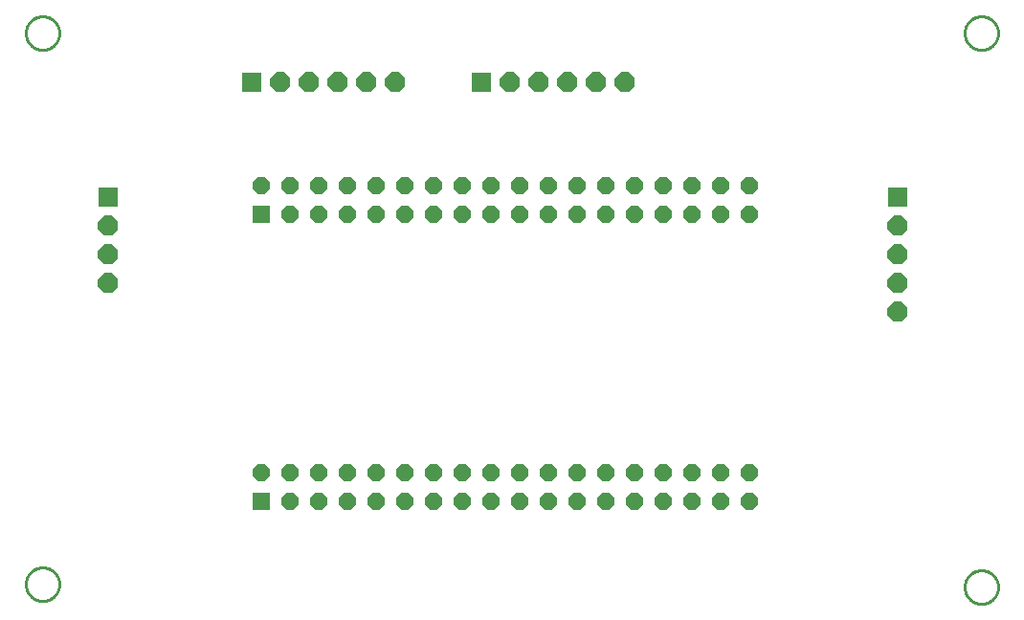
<source format=gbr>
G04 EAGLE Gerber RS-274X export*
G75*
%MOMM*%
%FSLAX34Y34*%
%LPD*%
%INBottom Copper*%
%IPPOS*%
%AMOC8*
5,1,8,0,0,1.08239X$1,22.5*%
G01*
%ADD10C,0.254000*%
%ADD11R,1.524000X1.524000*%
%ADD12P,1.649562X8X22.500000*%
%ADD13P,1.924489X8X112.500000*%
%ADD14R,1.778000X1.778000*%
%ADD15P,1.924489X8X22.500000*%


D10*
X28369Y523240D02*
X28373Y523603D01*
X28387Y523967D01*
X28409Y524330D01*
X28440Y524692D01*
X28480Y525053D01*
X28529Y525413D01*
X28587Y525772D01*
X28654Y526129D01*
X28729Y526485D01*
X28813Y526839D01*
X28906Y527190D01*
X29007Y527539D01*
X29117Y527886D01*
X29235Y528230D01*
X29361Y528570D01*
X29496Y528908D01*
X29640Y529242D01*
X29791Y529573D01*
X29950Y529899D01*
X30118Y530222D01*
X30293Y530540D01*
X30476Y530854D01*
X30667Y531164D01*
X30865Y531469D01*
X31071Y531768D01*
X31284Y532063D01*
X31504Y532352D01*
X31731Y532636D01*
X31965Y532914D01*
X32206Y533186D01*
X32453Y533453D01*
X32707Y533713D01*
X32967Y533967D01*
X33234Y534214D01*
X33506Y534455D01*
X33784Y534689D01*
X34068Y534916D01*
X34357Y535136D01*
X34652Y535349D01*
X34951Y535555D01*
X35256Y535753D01*
X35566Y535944D01*
X35880Y536127D01*
X36198Y536302D01*
X36521Y536470D01*
X36847Y536629D01*
X37178Y536780D01*
X37512Y536924D01*
X37850Y537059D01*
X38190Y537185D01*
X38534Y537303D01*
X38881Y537413D01*
X39230Y537514D01*
X39581Y537607D01*
X39935Y537691D01*
X40291Y537766D01*
X40648Y537833D01*
X41007Y537891D01*
X41367Y537940D01*
X41728Y537980D01*
X42090Y538011D01*
X42453Y538033D01*
X42817Y538047D01*
X43180Y538051D01*
X43543Y538047D01*
X43907Y538033D01*
X44270Y538011D01*
X44632Y537980D01*
X44993Y537940D01*
X45353Y537891D01*
X45712Y537833D01*
X46069Y537766D01*
X46425Y537691D01*
X46779Y537607D01*
X47130Y537514D01*
X47479Y537413D01*
X47826Y537303D01*
X48170Y537185D01*
X48510Y537059D01*
X48848Y536924D01*
X49182Y536780D01*
X49513Y536629D01*
X49839Y536470D01*
X50162Y536302D01*
X50480Y536127D01*
X50794Y535944D01*
X51104Y535753D01*
X51409Y535555D01*
X51708Y535349D01*
X52003Y535136D01*
X52292Y534916D01*
X52576Y534689D01*
X52854Y534455D01*
X53126Y534214D01*
X53393Y533967D01*
X53653Y533713D01*
X53907Y533453D01*
X54154Y533186D01*
X54395Y532914D01*
X54629Y532636D01*
X54856Y532352D01*
X55076Y532063D01*
X55289Y531768D01*
X55495Y531469D01*
X55693Y531164D01*
X55884Y530854D01*
X56067Y530540D01*
X56242Y530222D01*
X56410Y529899D01*
X56569Y529573D01*
X56720Y529242D01*
X56864Y528908D01*
X56999Y528570D01*
X57125Y528230D01*
X57243Y527886D01*
X57353Y527539D01*
X57454Y527190D01*
X57547Y526839D01*
X57631Y526485D01*
X57706Y526129D01*
X57773Y525772D01*
X57831Y525413D01*
X57880Y525053D01*
X57920Y524692D01*
X57951Y524330D01*
X57973Y523967D01*
X57987Y523603D01*
X57991Y523240D01*
X57987Y522877D01*
X57973Y522513D01*
X57951Y522150D01*
X57920Y521788D01*
X57880Y521427D01*
X57831Y521067D01*
X57773Y520708D01*
X57706Y520351D01*
X57631Y519995D01*
X57547Y519641D01*
X57454Y519290D01*
X57353Y518941D01*
X57243Y518594D01*
X57125Y518250D01*
X56999Y517910D01*
X56864Y517572D01*
X56720Y517238D01*
X56569Y516907D01*
X56410Y516581D01*
X56242Y516258D01*
X56067Y515940D01*
X55884Y515626D01*
X55693Y515316D01*
X55495Y515011D01*
X55289Y514712D01*
X55076Y514417D01*
X54856Y514128D01*
X54629Y513844D01*
X54395Y513566D01*
X54154Y513294D01*
X53907Y513027D01*
X53653Y512767D01*
X53393Y512513D01*
X53126Y512266D01*
X52854Y512025D01*
X52576Y511791D01*
X52292Y511564D01*
X52003Y511344D01*
X51708Y511131D01*
X51409Y510925D01*
X51104Y510727D01*
X50794Y510536D01*
X50480Y510353D01*
X50162Y510178D01*
X49839Y510010D01*
X49513Y509851D01*
X49182Y509700D01*
X48848Y509556D01*
X48510Y509421D01*
X48170Y509295D01*
X47826Y509177D01*
X47479Y509067D01*
X47130Y508966D01*
X46779Y508873D01*
X46425Y508789D01*
X46069Y508714D01*
X45712Y508647D01*
X45353Y508589D01*
X44993Y508540D01*
X44632Y508500D01*
X44270Y508469D01*
X43907Y508447D01*
X43543Y508433D01*
X43180Y508429D01*
X42817Y508433D01*
X42453Y508447D01*
X42090Y508469D01*
X41728Y508500D01*
X41367Y508540D01*
X41007Y508589D01*
X40648Y508647D01*
X40291Y508714D01*
X39935Y508789D01*
X39581Y508873D01*
X39230Y508966D01*
X38881Y509067D01*
X38534Y509177D01*
X38190Y509295D01*
X37850Y509421D01*
X37512Y509556D01*
X37178Y509700D01*
X36847Y509851D01*
X36521Y510010D01*
X36198Y510178D01*
X35880Y510353D01*
X35566Y510536D01*
X35256Y510727D01*
X34951Y510925D01*
X34652Y511131D01*
X34357Y511344D01*
X34068Y511564D01*
X33784Y511791D01*
X33506Y512025D01*
X33234Y512266D01*
X32967Y512513D01*
X32707Y512767D01*
X32453Y513027D01*
X32206Y513294D01*
X31965Y513566D01*
X31731Y513844D01*
X31504Y514128D01*
X31284Y514417D01*
X31071Y514712D01*
X30865Y515011D01*
X30667Y515316D01*
X30476Y515626D01*
X30293Y515940D01*
X30118Y516258D01*
X29950Y516581D01*
X29791Y516907D01*
X29640Y517238D01*
X29496Y517572D01*
X29361Y517910D01*
X29235Y518250D01*
X29117Y518594D01*
X29007Y518941D01*
X28906Y519290D01*
X28813Y519641D01*
X28729Y519995D01*
X28654Y520351D01*
X28587Y520708D01*
X28529Y521067D01*
X28480Y521427D01*
X28440Y521788D01*
X28409Y522150D01*
X28387Y522513D01*
X28373Y522877D01*
X28369Y523240D01*
X28369Y35560D02*
X28373Y35923D01*
X28387Y36287D01*
X28409Y36650D01*
X28440Y37012D01*
X28480Y37373D01*
X28529Y37733D01*
X28587Y38092D01*
X28654Y38449D01*
X28729Y38805D01*
X28813Y39159D01*
X28906Y39510D01*
X29007Y39859D01*
X29117Y40206D01*
X29235Y40550D01*
X29361Y40890D01*
X29496Y41228D01*
X29640Y41562D01*
X29791Y41893D01*
X29950Y42219D01*
X30118Y42542D01*
X30293Y42860D01*
X30476Y43174D01*
X30667Y43484D01*
X30865Y43789D01*
X31071Y44088D01*
X31284Y44383D01*
X31504Y44672D01*
X31731Y44956D01*
X31965Y45234D01*
X32206Y45506D01*
X32453Y45773D01*
X32707Y46033D01*
X32967Y46287D01*
X33234Y46534D01*
X33506Y46775D01*
X33784Y47009D01*
X34068Y47236D01*
X34357Y47456D01*
X34652Y47669D01*
X34951Y47875D01*
X35256Y48073D01*
X35566Y48264D01*
X35880Y48447D01*
X36198Y48622D01*
X36521Y48790D01*
X36847Y48949D01*
X37178Y49100D01*
X37512Y49244D01*
X37850Y49379D01*
X38190Y49505D01*
X38534Y49623D01*
X38881Y49733D01*
X39230Y49834D01*
X39581Y49927D01*
X39935Y50011D01*
X40291Y50086D01*
X40648Y50153D01*
X41007Y50211D01*
X41367Y50260D01*
X41728Y50300D01*
X42090Y50331D01*
X42453Y50353D01*
X42817Y50367D01*
X43180Y50371D01*
X43543Y50367D01*
X43907Y50353D01*
X44270Y50331D01*
X44632Y50300D01*
X44993Y50260D01*
X45353Y50211D01*
X45712Y50153D01*
X46069Y50086D01*
X46425Y50011D01*
X46779Y49927D01*
X47130Y49834D01*
X47479Y49733D01*
X47826Y49623D01*
X48170Y49505D01*
X48510Y49379D01*
X48848Y49244D01*
X49182Y49100D01*
X49513Y48949D01*
X49839Y48790D01*
X50162Y48622D01*
X50480Y48447D01*
X50794Y48264D01*
X51104Y48073D01*
X51409Y47875D01*
X51708Y47669D01*
X52003Y47456D01*
X52292Y47236D01*
X52576Y47009D01*
X52854Y46775D01*
X53126Y46534D01*
X53393Y46287D01*
X53653Y46033D01*
X53907Y45773D01*
X54154Y45506D01*
X54395Y45234D01*
X54629Y44956D01*
X54856Y44672D01*
X55076Y44383D01*
X55289Y44088D01*
X55495Y43789D01*
X55693Y43484D01*
X55884Y43174D01*
X56067Y42860D01*
X56242Y42542D01*
X56410Y42219D01*
X56569Y41893D01*
X56720Y41562D01*
X56864Y41228D01*
X56999Y40890D01*
X57125Y40550D01*
X57243Y40206D01*
X57353Y39859D01*
X57454Y39510D01*
X57547Y39159D01*
X57631Y38805D01*
X57706Y38449D01*
X57773Y38092D01*
X57831Y37733D01*
X57880Y37373D01*
X57920Y37012D01*
X57951Y36650D01*
X57973Y36287D01*
X57987Y35923D01*
X57991Y35560D01*
X57987Y35197D01*
X57973Y34833D01*
X57951Y34470D01*
X57920Y34108D01*
X57880Y33747D01*
X57831Y33387D01*
X57773Y33028D01*
X57706Y32671D01*
X57631Y32315D01*
X57547Y31961D01*
X57454Y31610D01*
X57353Y31261D01*
X57243Y30914D01*
X57125Y30570D01*
X56999Y30230D01*
X56864Y29892D01*
X56720Y29558D01*
X56569Y29227D01*
X56410Y28901D01*
X56242Y28578D01*
X56067Y28260D01*
X55884Y27946D01*
X55693Y27636D01*
X55495Y27331D01*
X55289Y27032D01*
X55076Y26737D01*
X54856Y26448D01*
X54629Y26164D01*
X54395Y25886D01*
X54154Y25614D01*
X53907Y25347D01*
X53653Y25087D01*
X53393Y24833D01*
X53126Y24586D01*
X52854Y24345D01*
X52576Y24111D01*
X52292Y23884D01*
X52003Y23664D01*
X51708Y23451D01*
X51409Y23245D01*
X51104Y23047D01*
X50794Y22856D01*
X50480Y22673D01*
X50162Y22498D01*
X49839Y22330D01*
X49513Y22171D01*
X49182Y22020D01*
X48848Y21876D01*
X48510Y21741D01*
X48170Y21615D01*
X47826Y21497D01*
X47479Y21387D01*
X47130Y21286D01*
X46779Y21193D01*
X46425Y21109D01*
X46069Y21034D01*
X45712Y20967D01*
X45353Y20909D01*
X44993Y20860D01*
X44632Y20820D01*
X44270Y20789D01*
X43907Y20767D01*
X43543Y20753D01*
X43180Y20749D01*
X42817Y20753D01*
X42453Y20767D01*
X42090Y20789D01*
X41728Y20820D01*
X41367Y20860D01*
X41007Y20909D01*
X40648Y20967D01*
X40291Y21034D01*
X39935Y21109D01*
X39581Y21193D01*
X39230Y21286D01*
X38881Y21387D01*
X38534Y21497D01*
X38190Y21615D01*
X37850Y21741D01*
X37512Y21876D01*
X37178Y22020D01*
X36847Y22171D01*
X36521Y22330D01*
X36198Y22498D01*
X35880Y22673D01*
X35566Y22856D01*
X35256Y23047D01*
X34951Y23245D01*
X34652Y23451D01*
X34357Y23664D01*
X34068Y23884D01*
X33784Y24111D01*
X33506Y24345D01*
X33234Y24586D01*
X32967Y24833D01*
X32707Y25087D01*
X32453Y25347D01*
X32206Y25614D01*
X31965Y25886D01*
X31731Y26164D01*
X31504Y26448D01*
X31284Y26737D01*
X31071Y27032D01*
X30865Y27331D01*
X30667Y27636D01*
X30476Y27946D01*
X30293Y28260D01*
X30118Y28578D01*
X29950Y28901D01*
X29791Y29227D01*
X29640Y29558D01*
X29496Y29892D01*
X29361Y30230D01*
X29235Y30570D01*
X29117Y30914D01*
X29007Y31261D01*
X28906Y31610D01*
X28813Y31961D01*
X28729Y32315D01*
X28654Y32671D01*
X28587Y33028D01*
X28529Y33387D01*
X28480Y33747D01*
X28440Y34108D01*
X28409Y34470D01*
X28387Y34833D01*
X28373Y35197D01*
X28369Y35560D01*
X858949Y33020D02*
X858953Y33383D01*
X858967Y33747D01*
X858989Y34110D01*
X859020Y34472D01*
X859060Y34833D01*
X859109Y35193D01*
X859167Y35552D01*
X859234Y35909D01*
X859309Y36265D01*
X859393Y36619D01*
X859486Y36970D01*
X859587Y37319D01*
X859697Y37666D01*
X859815Y38010D01*
X859941Y38350D01*
X860076Y38688D01*
X860220Y39022D01*
X860371Y39353D01*
X860530Y39679D01*
X860698Y40002D01*
X860873Y40320D01*
X861056Y40634D01*
X861247Y40944D01*
X861445Y41249D01*
X861651Y41548D01*
X861864Y41843D01*
X862084Y42132D01*
X862311Y42416D01*
X862545Y42694D01*
X862786Y42966D01*
X863033Y43233D01*
X863287Y43493D01*
X863547Y43747D01*
X863814Y43994D01*
X864086Y44235D01*
X864364Y44469D01*
X864648Y44696D01*
X864937Y44916D01*
X865232Y45129D01*
X865531Y45335D01*
X865836Y45533D01*
X866146Y45724D01*
X866460Y45907D01*
X866778Y46082D01*
X867101Y46250D01*
X867427Y46409D01*
X867758Y46560D01*
X868092Y46704D01*
X868430Y46839D01*
X868770Y46965D01*
X869114Y47083D01*
X869461Y47193D01*
X869810Y47294D01*
X870161Y47387D01*
X870515Y47471D01*
X870871Y47546D01*
X871228Y47613D01*
X871587Y47671D01*
X871947Y47720D01*
X872308Y47760D01*
X872670Y47791D01*
X873033Y47813D01*
X873397Y47827D01*
X873760Y47831D01*
X874123Y47827D01*
X874487Y47813D01*
X874850Y47791D01*
X875212Y47760D01*
X875573Y47720D01*
X875933Y47671D01*
X876292Y47613D01*
X876649Y47546D01*
X877005Y47471D01*
X877359Y47387D01*
X877710Y47294D01*
X878059Y47193D01*
X878406Y47083D01*
X878750Y46965D01*
X879090Y46839D01*
X879428Y46704D01*
X879762Y46560D01*
X880093Y46409D01*
X880419Y46250D01*
X880742Y46082D01*
X881060Y45907D01*
X881374Y45724D01*
X881684Y45533D01*
X881989Y45335D01*
X882288Y45129D01*
X882583Y44916D01*
X882872Y44696D01*
X883156Y44469D01*
X883434Y44235D01*
X883706Y43994D01*
X883973Y43747D01*
X884233Y43493D01*
X884487Y43233D01*
X884734Y42966D01*
X884975Y42694D01*
X885209Y42416D01*
X885436Y42132D01*
X885656Y41843D01*
X885869Y41548D01*
X886075Y41249D01*
X886273Y40944D01*
X886464Y40634D01*
X886647Y40320D01*
X886822Y40002D01*
X886990Y39679D01*
X887149Y39353D01*
X887300Y39022D01*
X887444Y38688D01*
X887579Y38350D01*
X887705Y38010D01*
X887823Y37666D01*
X887933Y37319D01*
X888034Y36970D01*
X888127Y36619D01*
X888211Y36265D01*
X888286Y35909D01*
X888353Y35552D01*
X888411Y35193D01*
X888460Y34833D01*
X888500Y34472D01*
X888531Y34110D01*
X888553Y33747D01*
X888567Y33383D01*
X888571Y33020D01*
X888567Y32657D01*
X888553Y32293D01*
X888531Y31930D01*
X888500Y31568D01*
X888460Y31207D01*
X888411Y30847D01*
X888353Y30488D01*
X888286Y30131D01*
X888211Y29775D01*
X888127Y29421D01*
X888034Y29070D01*
X887933Y28721D01*
X887823Y28374D01*
X887705Y28030D01*
X887579Y27690D01*
X887444Y27352D01*
X887300Y27018D01*
X887149Y26687D01*
X886990Y26361D01*
X886822Y26038D01*
X886647Y25720D01*
X886464Y25406D01*
X886273Y25096D01*
X886075Y24791D01*
X885869Y24492D01*
X885656Y24197D01*
X885436Y23908D01*
X885209Y23624D01*
X884975Y23346D01*
X884734Y23074D01*
X884487Y22807D01*
X884233Y22547D01*
X883973Y22293D01*
X883706Y22046D01*
X883434Y21805D01*
X883156Y21571D01*
X882872Y21344D01*
X882583Y21124D01*
X882288Y20911D01*
X881989Y20705D01*
X881684Y20507D01*
X881374Y20316D01*
X881060Y20133D01*
X880742Y19958D01*
X880419Y19790D01*
X880093Y19631D01*
X879762Y19480D01*
X879428Y19336D01*
X879090Y19201D01*
X878750Y19075D01*
X878406Y18957D01*
X878059Y18847D01*
X877710Y18746D01*
X877359Y18653D01*
X877005Y18569D01*
X876649Y18494D01*
X876292Y18427D01*
X875933Y18369D01*
X875573Y18320D01*
X875212Y18280D01*
X874850Y18249D01*
X874487Y18227D01*
X874123Y18213D01*
X873760Y18209D01*
X873397Y18213D01*
X873033Y18227D01*
X872670Y18249D01*
X872308Y18280D01*
X871947Y18320D01*
X871587Y18369D01*
X871228Y18427D01*
X870871Y18494D01*
X870515Y18569D01*
X870161Y18653D01*
X869810Y18746D01*
X869461Y18847D01*
X869114Y18957D01*
X868770Y19075D01*
X868430Y19201D01*
X868092Y19336D01*
X867758Y19480D01*
X867427Y19631D01*
X867101Y19790D01*
X866778Y19958D01*
X866460Y20133D01*
X866146Y20316D01*
X865836Y20507D01*
X865531Y20705D01*
X865232Y20911D01*
X864937Y21124D01*
X864648Y21344D01*
X864364Y21571D01*
X864086Y21805D01*
X863814Y22046D01*
X863547Y22293D01*
X863287Y22547D01*
X863033Y22807D01*
X862786Y23074D01*
X862545Y23346D01*
X862311Y23624D01*
X862084Y23908D01*
X861864Y24197D01*
X861651Y24492D01*
X861445Y24791D01*
X861247Y25096D01*
X861056Y25406D01*
X860873Y25720D01*
X860698Y26038D01*
X860530Y26361D01*
X860371Y26687D01*
X860220Y27018D01*
X860076Y27352D01*
X859941Y27690D01*
X859815Y28030D01*
X859697Y28374D01*
X859587Y28721D01*
X859486Y29070D01*
X859393Y29421D01*
X859309Y29775D01*
X859234Y30131D01*
X859167Y30488D01*
X859109Y30847D01*
X859060Y31207D01*
X859020Y31568D01*
X858989Y31930D01*
X858967Y32293D01*
X858953Y32657D01*
X858949Y33020D01*
X858949Y523240D02*
X858953Y523603D01*
X858967Y523967D01*
X858989Y524330D01*
X859020Y524692D01*
X859060Y525053D01*
X859109Y525413D01*
X859167Y525772D01*
X859234Y526129D01*
X859309Y526485D01*
X859393Y526839D01*
X859486Y527190D01*
X859587Y527539D01*
X859697Y527886D01*
X859815Y528230D01*
X859941Y528570D01*
X860076Y528908D01*
X860220Y529242D01*
X860371Y529573D01*
X860530Y529899D01*
X860698Y530222D01*
X860873Y530540D01*
X861056Y530854D01*
X861247Y531164D01*
X861445Y531469D01*
X861651Y531768D01*
X861864Y532063D01*
X862084Y532352D01*
X862311Y532636D01*
X862545Y532914D01*
X862786Y533186D01*
X863033Y533453D01*
X863287Y533713D01*
X863547Y533967D01*
X863814Y534214D01*
X864086Y534455D01*
X864364Y534689D01*
X864648Y534916D01*
X864937Y535136D01*
X865232Y535349D01*
X865531Y535555D01*
X865836Y535753D01*
X866146Y535944D01*
X866460Y536127D01*
X866778Y536302D01*
X867101Y536470D01*
X867427Y536629D01*
X867758Y536780D01*
X868092Y536924D01*
X868430Y537059D01*
X868770Y537185D01*
X869114Y537303D01*
X869461Y537413D01*
X869810Y537514D01*
X870161Y537607D01*
X870515Y537691D01*
X870871Y537766D01*
X871228Y537833D01*
X871587Y537891D01*
X871947Y537940D01*
X872308Y537980D01*
X872670Y538011D01*
X873033Y538033D01*
X873397Y538047D01*
X873760Y538051D01*
X874123Y538047D01*
X874487Y538033D01*
X874850Y538011D01*
X875212Y537980D01*
X875573Y537940D01*
X875933Y537891D01*
X876292Y537833D01*
X876649Y537766D01*
X877005Y537691D01*
X877359Y537607D01*
X877710Y537514D01*
X878059Y537413D01*
X878406Y537303D01*
X878750Y537185D01*
X879090Y537059D01*
X879428Y536924D01*
X879762Y536780D01*
X880093Y536629D01*
X880419Y536470D01*
X880742Y536302D01*
X881060Y536127D01*
X881374Y535944D01*
X881684Y535753D01*
X881989Y535555D01*
X882288Y535349D01*
X882583Y535136D01*
X882872Y534916D01*
X883156Y534689D01*
X883434Y534455D01*
X883706Y534214D01*
X883973Y533967D01*
X884233Y533713D01*
X884487Y533453D01*
X884734Y533186D01*
X884975Y532914D01*
X885209Y532636D01*
X885436Y532352D01*
X885656Y532063D01*
X885869Y531768D01*
X886075Y531469D01*
X886273Y531164D01*
X886464Y530854D01*
X886647Y530540D01*
X886822Y530222D01*
X886990Y529899D01*
X887149Y529573D01*
X887300Y529242D01*
X887444Y528908D01*
X887579Y528570D01*
X887705Y528230D01*
X887823Y527886D01*
X887933Y527539D01*
X888034Y527190D01*
X888127Y526839D01*
X888211Y526485D01*
X888286Y526129D01*
X888353Y525772D01*
X888411Y525413D01*
X888460Y525053D01*
X888500Y524692D01*
X888531Y524330D01*
X888553Y523967D01*
X888567Y523603D01*
X888571Y523240D01*
X888567Y522877D01*
X888553Y522513D01*
X888531Y522150D01*
X888500Y521788D01*
X888460Y521427D01*
X888411Y521067D01*
X888353Y520708D01*
X888286Y520351D01*
X888211Y519995D01*
X888127Y519641D01*
X888034Y519290D01*
X887933Y518941D01*
X887823Y518594D01*
X887705Y518250D01*
X887579Y517910D01*
X887444Y517572D01*
X887300Y517238D01*
X887149Y516907D01*
X886990Y516581D01*
X886822Y516258D01*
X886647Y515940D01*
X886464Y515626D01*
X886273Y515316D01*
X886075Y515011D01*
X885869Y514712D01*
X885656Y514417D01*
X885436Y514128D01*
X885209Y513844D01*
X884975Y513566D01*
X884734Y513294D01*
X884487Y513027D01*
X884233Y512767D01*
X883973Y512513D01*
X883706Y512266D01*
X883434Y512025D01*
X883156Y511791D01*
X882872Y511564D01*
X882583Y511344D01*
X882288Y511131D01*
X881989Y510925D01*
X881684Y510727D01*
X881374Y510536D01*
X881060Y510353D01*
X880742Y510178D01*
X880419Y510010D01*
X880093Y509851D01*
X879762Y509700D01*
X879428Y509556D01*
X879090Y509421D01*
X878750Y509295D01*
X878406Y509177D01*
X878059Y509067D01*
X877710Y508966D01*
X877359Y508873D01*
X877005Y508789D01*
X876649Y508714D01*
X876292Y508647D01*
X875933Y508589D01*
X875573Y508540D01*
X875212Y508500D01*
X874850Y508469D01*
X874487Y508447D01*
X874123Y508433D01*
X873760Y508429D01*
X873397Y508433D01*
X873033Y508447D01*
X872670Y508469D01*
X872308Y508500D01*
X871947Y508540D01*
X871587Y508589D01*
X871228Y508647D01*
X870871Y508714D01*
X870515Y508789D01*
X870161Y508873D01*
X869810Y508966D01*
X869461Y509067D01*
X869114Y509177D01*
X868770Y509295D01*
X868430Y509421D01*
X868092Y509556D01*
X867758Y509700D01*
X867427Y509851D01*
X867101Y510010D01*
X866778Y510178D01*
X866460Y510353D01*
X866146Y510536D01*
X865836Y510727D01*
X865531Y510925D01*
X865232Y511131D01*
X864937Y511344D01*
X864648Y511564D01*
X864364Y511791D01*
X864086Y512025D01*
X863814Y512266D01*
X863547Y512513D01*
X863287Y512767D01*
X863033Y513027D01*
X862786Y513294D01*
X862545Y513566D01*
X862311Y513844D01*
X862084Y514128D01*
X861864Y514417D01*
X861651Y514712D01*
X861445Y515011D01*
X861247Y515316D01*
X861056Y515626D01*
X860873Y515940D01*
X860698Y516258D01*
X860530Y516581D01*
X860371Y516907D01*
X860220Y517238D01*
X860076Y517572D01*
X859941Y517910D01*
X859815Y518250D01*
X859697Y518594D01*
X859587Y518941D01*
X859486Y519290D01*
X859393Y519641D01*
X859309Y519995D01*
X859234Y520351D01*
X859167Y520708D01*
X859109Y521067D01*
X859060Y521427D01*
X859020Y521788D01*
X858989Y522150D01*
X858967Y522513D01*
X858953Y522877D01*
X858949Y523240D01*
D11*
X236900Y108960D03*
D12*
X236900Y134360D03*
X262300Y108960D03*
X262300Y134360D03*
X287700Y108960D03*
X287700Y134360D03*
X313100Y108960D03*
X313100Y134360D03*
X338500Y108960D03*
X338500Y134360D03*
X363900Y108960D03*
X363900Y134360D03*
X389300Y108960D03*
X389300Y134360D03*
X414700Y108960D03*
X414700Y134360D03*
X440100Y108960D03*
X440100Y134360D03*
X465500Y108960D03*
X465500Y134360D03*
X490900Y108960D03*
X490900Y134360D03*
X516300Y108960D03*
X516300Y134360D03*
X541700Y108960D03*
X541700Y134360D03*
X567100Y108960D03*
X567100Y134360D03*
X592500Y108960D03*
X592500Y134360D03*
X617900Y108960D03*
X617900Y134360D03*
X643300Y108960D03*
X643300Y134360D03*
X668700Y108960D03*
X668700Y134360D03*
D11*
X236900Y362960D03*
D12*
X236900Y388360D03*
X262300Y362960D03*
X262300Y388360D03*
X287700Y362960D03*
X287700Y388360D03*
X313100Y362960D03*
X313100Y388360D03*
X338500Y362960D03*
X338500Y388360D03*
X363900Y362960D03*
X363900Y388360D03*
X389300Y362960D03*
X389300Y388360D03*
X414700Y362960D03*
X414700Y388360D03*
X440100Y362960D03*
X440100Y388360D03*
X465500Y362960D03*
X465500Y388360D03*
X490900Y362960D03*
X490900Y388360D03*
X516300Y362960D03*
X516300Y388360D03*
X541700Y362960D03*
X541700Y388360D03*
X567100Y362960D03*
X567100Y388360D03*
X592500Y362960D03*
X592500Y388360D03*
X617900Y362960D03*
X617900Y388360D03*
X643300Y362960D03*
X643300Y388360D03*
X668700Y362960D03*
X668700Y388360D03*
D13*
X457200Y480060D03*
D14*
X431800Y480060D03*
D13*
X482600Y480060D03*
X508000Y480060D03*
X533400Y480060D03*
X558800Y480060D03*
X254000Y480060D03*
D14*
X228600Y480060D03*
D13*
X279400Y480060D03*
X304800Y480060D03*
X330200Y480060D03*
X355600Y480060D03*
D15*
X101600Y353060D03*
D14*
X101600Y378460D03*
D15*
X101600Y327660D03*
X101600Y302260D03*
X800100Y353060D03*
D14*
X800100Y378460D03*
D15*
X800100Y327660D03*
X800100Y302260D03*
X800100Y276860D03*
M02*

</source>
